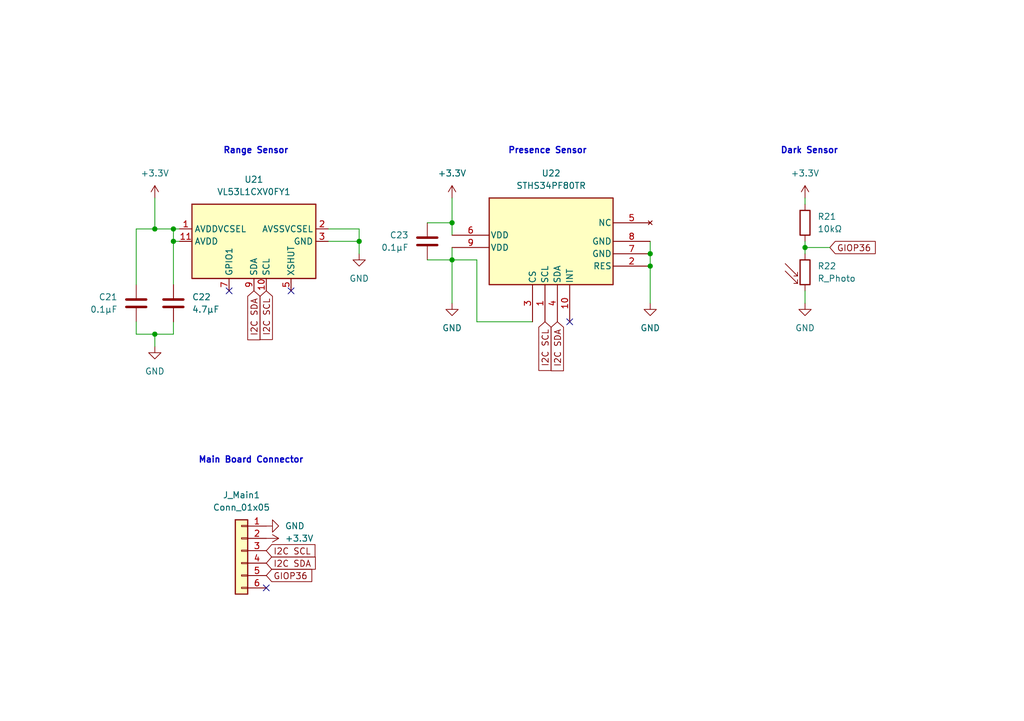
<source format=kicad_sch>
(kicad_sch (version 20211123) (generator eeschema)
  (paper "A5")
  (title_block (title "Mouse Sensor Board") (date "2024-04-11") (rev "1"))
  (lib_symbols
    (symbol "Connector_Generic:Conn_01x06" (pin_names (offset 1.016) hide)
      (property "Reference" "J" (at 0 7.62 0))
      (property "Value" "Conn_01x06" (at 0 -10.16 0))
      (symbol "Conn_01x06_1_1"
        (rectangle (start -1.27 -7.493) (end 0 -7.747) (stroke (width 0.1524)))
        (rectangle (start -1.27 -4.953) (end 0 -5.207) (stroke (width 0.1524)))
        (rectangle (start -1.27 -2.413) (end 0 -2.667) (stroke (width 0.1524)))
        (rectangle (start -1.27 0.127) (end 0 -0.127) (stroke (width 0.1524)))
        (rectangle (start -1.27 2.667) (end 0 2.413) (stroke (width 0.1524)))
        (rectangle (start -1.27 5.207) (end 0 4.953) (stroke (width 0.1524)))
        (rectangle (start -1.27 6.35) (end 1.27 -8.89) (stroke (width 0.254)) (fill (type background)))
        (pin passive line (at -5.08 5.08 0) (length 3.81) (name "Pin_1") (number "1"))
        (pin passive line (at -5.08 2.54 0) (length 3.81) (name "Pin_2") (number "2"))
        (pin passive line (at -5.08 0 0) (length 3.81) (name "Pin_3") (number "3"))
        (pin passive line (at -5.08 -2.54 0) (length 3.81) (name "Pin_4") (number "4"))
        (pin passive line (at -5.08 -5.08 0) (length 3.81) (name "Pin_5") (number "5"))
        (pin passive line (at -5.08 -7.62 0) (length 3.81) (name "Pin_6") (number "6"))
      )
    )
    (symbol "Device:C" (pin_numbers hide) (pin_names (offset 0.254))
      (property "Reference" "C" (at 0.635 2.54 0))
      (property "Value" "C" (at 0.635 -2.54 0))
      (symbol "C_0_1"
        (polyline (pts (xy -2.032 -0.762) (xy 2.032 -0.762)) (stroke (width 0.508)))
        (polyline (pts (xy -2.032 0.762) (xy 2.032 0.762)) (stroke (width 0.508)))
      )
      (symbol "C_1_1"
        (pin passive line (at 0 3.81 270) (length 2.794) (name "~") (number "1"))
        (pin passive line (at 0 -3.81 90) (length 2.794) (name "~") (number "2"))
      )
    )
    (symbol "Device:R" (pin_numbers hide) (pin_names (offset 0))
      (property "Reference" "R" (at 2.032 0 90))
      (property "Value" "R" (at 0 0 90))
      (symbol "R_0_1"
        (rectangle (start -1.016 -2.54) (end 1.016 2.54) (stroke (width 0.254)))
      )
      (symbol "R_1_1"
        (pin passive line (at 0 3.81 270) (length 1.27) (name "~") (number "1"))
        (pin passive line (at 0 -3.81 90) (length 1.27) (name "~") (number "2"))
      )
    )
    (symbol "Device:R_Photo" (pin_numbers hide) (pin_names (offset 0))
      (property "Reference" "R" (at 1.27 1.27 0))
      (property "Value" "R_Photo" (at 1.27 0 0))
      (symbol "R_Photo_0_1"
        (rectangle (start -1.016 2.54) (end 1.016 -2.54) (stroke (width 0.254)))
        (polyline (pts (xy -1.524 -2.286) (xy -4.064 0.254)))
        (polyline (pts (xy -1.524 -2.286) (xy -2.286 -2.286)))
        (polyline (pts (xy -1.524 -2.286) (xy -1.524 -1.524)))
        (polyline (pts (xy -1.524 -0.762) (xy -4.064 1.778)))
        (polyline (pts (xy -1.524 -0.762) (xy -2.286 -0.762)))
        (polyline (pts (xy -1.524 -0.762) (xy -1.524 0)))
      )
      (symbol "R_Photo_1_1"
        (pin passive line (at 0 3.81 270) (length 1.27) (name "~") (number "1"))
        (pin passive line (at 0 -3.81 90) (length 1.27) (name "~") (number "2"))
      )
    )
    (symbol "STHS34PF80TR:STHS34PF80TR" (pin_names (offset 0.254))
      (property "Reference" "U22" (at 0 13.97 0))
      (property "Value" "STHS34PF80TR" (at 0 11.43 0))
      (symbol "STHS34PF80TR_0_1"
        (rectangle (start 12.7 -8.89) (end -12.7 8.89) (stroke (width 0.254)) (fill (type background)))
        (pin input line (at -1.27 -16.51 90) (length 7.62) (name "SCL") (number "1"))
        (pin unspecified line (at 3.81 -16.51 90) (length 7.62) (name "INT") (number "10"))
        (pin unspecified line (at 20.32 -5.08 180) (length 7.62) (name "RES") (number "2"))
        (pin unspecified line (at -3.81 -16.51 90) (length 7.62) (name "CS") (number "3"))
        (pin bidirectional line (at 1.27 -16.51 90) (length 7.62) (name "SDA") (number "4"))
        (pin no_connect line (at 20.32 3.81 180) (length 7.62) (name "NC") (number "5"))
        (pin power_in line (at -20.32 1.27 0) (length 7.62) (name "VDD") (number "6"))
        (pin power_out line (at 20.32 -2.54 180) (length 7.62) (name "GND") (number "7"))
        (pin power_out line (at 20.32 0 180) (length 7.62) (name "GND") (number "8"))
        (pin power_in line (at -20.32 -1.27 0) (length 7.62) (name "VDD") (number "9"))
      )
    )
    (symbol "Sensor_Distance:VL53L1CXV0FY1"
      (property "Reference" "U" (at -6.35 13.97 0))
      (property "Value" "VL53L1CXV0FY1" (at 12.065 13.97 0))
      (symbol "VL53L1CXV0FY1_0_1"
        (rectangle (start -7.62 12.7) (end 7.62 -12.7) (stroke (width 0.254)) (fill (type background)))
      )
      (symbol "VL53L1CXV0FY1_1_1"
        (pin power_in line (at 2.54 15.24 270) (length 2.54) (name "AVDDVCSEL") (number "1"))
        (pin input line (at -10.16 -2.54 0) (length 2.54) (name "SCL") (number "10"))
        (pin power_in line (at 0 15.24 270) (length 2.54) (name "AVDD") (number "11"))
        (pin passive line (at 0 -15.24 90) (length 2.54) hide (name "GND") (number "12"))
        (pin power_in line (at 2.54 -15.24 90) (length 2.54) (name "AVSSVCSEL") (number "2"))
        (pin power_in line (at 0 -15.24 90) (length 2.54) (name "GND") (number "3"))
        (pin passive line (at 0 -15.24 90) (length 2.54) hide (name "GND") (number "4"))
        (pin input line (at -10.16 -7.62 0) (length 2.54) (name "XSHUT") (number "5"))
        (pin passive line (at 0 -15.24 90) (length 2.54) hide (name "GND") (number "6"))
        (pin open_collector line (at -10.16 5.08 0) (length 2.54) (name "GPIO1") (number "7"))
        (pin no_connect line (at -7.62 7.62 0) (length 2.54) hide (name "DNC") (number "8"))
        (pin bidirectional line (at -10.16 0 0) (length 2.54) (name "SDA") (number "9"))
      )
    )
    (symbol "power:+3.3V" (power) (pin_names (offset 0))
      (property "Value" "+3.3V" (at 0 3.556 0))
      (symbol "+3.3V_0_1"
        (polyline (pts (xy -0.762 1.27) (xy 0 2.54)))
        (polyline (pts (xy 0 0) (xy 0 2.54)))
        (polyline (pts (xy 0 2.54) (xy 0.762 1.27)))
      )
      (symbol "+3.3V_1_1"
        (pin power_in line (at 0 0 90) (length 0) hide (name "+3.3V") (number "1"))
      )
    )
    (symbol "power:GND" (power) (pin_names (offset 0))
      (property "Value" "GND" (at 0 -3.81 0))
      (symbol "GND_0_1"
        (polyline (pts (xy 0 0) (xy 0 -1.27) (xy 1.27 -1.27) (xy 0 -2.54) (xy -1.27 -1.27) (xy 0 -1.27)))
      )
      (symbol "GND_1_1"
        (pin power_in line (at 0 0 270) (length 0) hide (name "GND") (number "1"))
      )
    )
  )
  (junction (at 133.35 52.07))
  (junction (at 31.75 46.99))
  (junction (at 133.35 54.61))
  (junction (at 35.56 49.53))
  (junction (at 165.1 50.8))
  (junction (at 73.66 49.53))
  (junction (at 35.56 46.99))
  (junction (at 31.75 68.58))
  (junction (at 92.71 53.34))
  (junction (at 92.71 45.72))
  (no_connect (at 54.61 120.65))
  (no_connect (at 46.99 59.69))
  (no_connect (at 59.69 59.69))
  (no_connect (at 116.84 66.04))
  (wire (pts (xy 92.71 62.23) (xy 92.71 53.34)))
  (wire (pts (xy 73.66 49.53) (xy 67.31 49.53)))
  (wire (pts (xy 31.75 40.64) (xy 31.75 46.99)))
  (wire (pts (xy 31.75 71.12) (xy 31.75 68.58)))
  (wire (pts (xy 165.1 49.53) (xy 165.1 50.8)))
  (wire (pts (xy 133.35 49.53) (xy 133.35 52.07)))
  (wire (pts (xy 73.66 46.99) (xy 73.66 49.53)))
  (wire (pts (xy 92.71 40.64) (xy 92.71 45.72)))
  (wire (pts (xy 35.56 49.53) (xy 35.56 58.42)))
  (wire (pts (xy 97.79 66.04) (xy 97.79 53.34)))
  (wire (pts (xy 67.31 46.99) (xy 73.66 46.99)))
  (wire (pts (xy 35.56 46.99) (xy 36.83 46.99)))
  (wire (pts (xy 133.35 54.61) (xy 133.35 62.23)))
  (wire (pts (xy 36.83 49.53) (xy 35.56 49.53)))
  (wire (pts (xy 31.75 46.99) (xy 35.56 46.99)))
  (wire (pts (xy 35.56 68.58) (xy 35.56 66.04)))
  (wire (pts (xy 109.22 66.04) (xy 97.79 66.04)))
  (wire (pts (xy 35.56 46.99) (xy 35.56 49.53)))
  (wire (pts (xy 92.71 53.34) (xy 97.79 53.34)))
  (wire (pts (xy 73.66 52.07) (xy 73.66 49.53)))
  (wire (pts (xy 87.63 53.34) (xy 92.71 53.34)))
  (wire (pts (xy 31.75 46.99) (xy 27.94 46.99)))
  (wire (pts (xy 31.75 68.58) (xy 35.56 68.58)))
  (wire (pts (xy 27.94 68.58) (xy 27.94 66.04)))
  (wire (pts (xy 165.1 50.8) (xy 165.1 52.07)))
  (wire (pts (xy 165.1 50.8) (xy 170.18 50.8)))
  (wire (pts (xy 92.71 45.72) (xy 92.71 48.26)))
  (wire (pts (xy 27.94 46.99) (xy 27.94 58.42)))
  (wire (pts (xy 165.1 62.23) (xy 165.1 59.69)))
  (wire (pts (xy 92.71 53.34) (xy 92.71 50.8)))
  (wire (pts (xy 165.1 40.64) (xy 165.1 41.91)))
  (wire (pts (xy 133.35 52.07) (xy 133.35 54.61)))
  (wire (pts (xy 87.63 45.72) (xy 92.71 45.72)))
  (wire (pts (xy 27.94 68.58) (xy 31.75 68.58)))
  (text "Presence Sensor" (at 104.14 31.75 0) (effects (font (size 1.27 1.27) (thickness 0.254) bold) (justify left bottom)))
  (text "Dark Sensor" (at 160.02 31.75 0) (effects (font (size 1.27 1.27) (thickness 0.254) bold) (justify left bottom)))
  (text "Range Sensor" (at 45.72 31.75 0) (effects (font (size 1.27 1.27) (thickness 0.254) bold) (justify left bottom)))
  (text "Main Board Connector" (at 40.64 95.25 0) (effects (font (size 1.27 1.27) (thickness 0.254) bold) (justify left bottom)))
  (global_label "GIOP36" (shape input) (at 170.18 50.8 0) (property "Intersheet References" "${INTERSHEET_REFS}" (effects hide)))
  (global_label "I2C SDA" (shape input) (at 54.61 115.57 0) (property "Intersheet References" "${INTERSHEET_REFS}" (effects hide)))
  (global_label "I2C SCL" (shape input) (at 54.61 59.69 270) (property "Intersheet References" "${INTERSHEET_REFS}" (effects hide)))
  (global_label "GIOP36" (shape input) (at 54.61 118.11 0) (property "Intersheet References" "${INTERSHEET_REFS}" (effects hide)))
  (global_label "I2C SCL" (shape input) (at 54.61 113.03 0) (property "Intersheet References" "${INTERSHEET_REFS}" (effects hide)))
  (global_label "I2C SCL" (shape input) (at 111.76 66.04 270) (property "Intersheet References" "${INTERSHEET_REFS}" (effects hide)))
  (global_label "I2C SDA" (shape input) (at 114.3 66.04 270) (property "Intersheet References" "${INTERSHEET_REFS}" (effects hide)))
  (global_label "I2C SDA" (shape input) (at 52.07 59.69 270) (property "Intersheet References" "${INTERSHEET_REFS}" (effects hide)))
  (symbol (lib_id "Device:C") (at 27.94 62.23 0) (unit 1)
    (property "Reference" "C21" (at 24.13 60.9599 0) (effects (justify right)))
    (property "Value" "0.1µF" (at 24.13 63.4999 0) (effects (justify right)))
    (property "Footprint" "Capacitor_SMD:C_0603_1608Metric" (effects hide))
    (property "Datasheet" "https://page.venkel.com/hubfs/Resources/Datasheets/C-Series.pdf" (effects hide))
  )
  (symbol (lib_id "power:+3.3V") (at 54.61 110.49 270) (unit 1)
    (property "Reference" "#PWR040" (effects hide))
    (property "Value" "+3.3V" (at 58.42 110.4899 90) (effects (justify left)))
  )
  (symbol (lib_id "power:GND") (at 92.71 62.23 0) (unit 1)
    (property "Reference" "#PWR043" (effects hide))
    (property "Value" "GND" (at 92.71 67.31 0))
  )
  (symbol (lib_id "Sensor_Distance:VL53L1CXV0FY1") (at 52.07 49.53 90) (unit 1)
    (property "Reference" "U21" (at 52.07 36.83 90))
    (property "Value" "VL53L1CXV0FY1" (at 52.07 39.37 90))
    (property "Footprint" "Sensor_Distance:ST_VL53L1x" (effects hide))
    (property "Datasheet" "https://www.st.com/resource/en/datasheet/vl53l1x.pdf" (effects hide))
  )
  (symbol (lib_id "Device:R_Photo") (at 165.1 55.88 0) (unit 1)
    (property "Reference" "R22" (at 167.64 54.6099 0) (effects (justify left)))
    (property "Value" "R_Photo" (at 167.64 57.1499 0) (effects (justify left)))
    (property "Footprint" "OptoDevice:R_LDR_7x6mm_P5.1mm_Vertical" (effects hide))
  )
  (symbol (lib_id "Connector_Generic:Conn_01x06") (at 49.53 113.03 0) (mirror y) (unit 1)
    (property "Reference" "J_Main1" (at 49.53 101.6 0))
    (property "Value" "Conn_01x05" (at 49.53 104.14 0))
    (property "Footprint" "Connector_PinHeader_2.54mm:PinHeader_1x06_P2.54mm_Vertical" (effects hide))
  )
  (symbol (lib_id "Device:C") (at 87.63 49.53 0) (unit 1)
    (property "Reference" "C23" (at 83.82 48.2599 0) (effects (justify right)))
    (property "Value" "0.1µF" (at 83.82 50.7999 0) (effects (justify right)))
    (property "Footprint" "Capacitor_SMD:C_0603_1608Metric" (effects hide))
    (property "Datasheet" "https://page.venkel.com/hubfs/Resources/Datasheets/C-Series.pdf" (effects hide))
  )
  (symbol (lib_id "power:+3.3V") (at 31.75 40.64 0) (unit 1)
    (property "Reference" "#PWR037" (effects hide))
    (property "Value" "+3.3V" (at 31.75 35.56 0))
  )
  (symbol (lib_id "Device:C") (at 35.56 62.23 0) (unit 1)
    (property "Reference" "C22" (at 39.37 60.9599 0) (effects (justify left)))
    (property "Value" "4.7µF" (at 39.37 63.4999 0) (effects (justify left)))
    (property "Footprint" "Capacitor_SMD:C_0805_2012Metric" (effects hide))
    (property "Datasheet" "https://search.murata.co.jp/Ceramy/image/img/A01X/G101/ENG/GRM188R71A225KE15-01.pdf" (effects hide))
  )
  (symbol (lib_id "power:GND") (at 133.35 62.23 0) (unit 1)
    (property "Reference" "#PWR044" (effects hide))
    (property "Value" "GND" (at 133.35 67.31 0))
  )
  (symbol (lib_id "power:GND") (at 73.66 52.07 0) (unit 1)
    (property "Reference" "#PWR041" (effects hide))
    (property "Value" "GND" (at 73.66 57.15 0))
  )
  (symbol (lib_id "power:+3.3V") (at 165.1 40.64 0) (unit 1)
    (property "Reference" "#PWR045" (effects hide))
    (property "Value" "+3.3V" (at 165.1 35.56 0))
  )
  (symbol (lib_id "power:+3.3V") (at 92.71 40.64 0) (unit 1)
    (property "Reference" "#PWR042" (effects hide))
    (property "Value" "+3.3V" (at 92.71 35.56 0))
  )
  (symbol (lib_id "power:GND") (at 54.61 107.95 90) (unit 1)
    (property "Reference" "#PWR039" (effects hide))
    (property "Value" "GND" (at 58.42 107.9499 90) (effects (justify right)))
  )
  (symbol (lib_id "Device:R") (at 165.1 45.72 0) (unit 1)
    (property "Reference" "R21" (at 167.64 44.4499 0) (effects (justify left)))
    (property "Value" "10kΩ" (at 167.64 46.9899 0) (effects (justify left)))
    (property "Footprint" "Resistor_SMD:R_0201_0603Metric" (effects hide))
    (property "Datasheet" "https://www.yageo.com/upload/media/product/products/datasheet/rchip/PYu-RC_Group_51_RoHS_L_12.pdf" (effects hide))
  )
  (symbol (lib_id "power:GND") (at 165.1 62.23 0) (unit 1)
    (property "Reference" "#PWR046" (effects hide))
    (property "Value" "GND" (at 165.1 67.31 0))
  )
  (symbol (lib_id "power:GND") (at 31.75 71.12 0) (unit 1)
    (property "Reference" "#PWR038" (effects hide))
    (property "Value" "GND" (at 31.75 76.2 0))
  )
  (symbol (lib_id "STHS34PF80TR:STHS34PF80TR") (at 113.03 49.53 0) (unit 1)
    (property "Reference" "U22" (at 113.03 35.56 0))
    (property "Value" "STHS34PF80TR" (at 113.03 38.1 0))
    (property "Footprint" "OLGA-10_3P2X4P2_STM" (effects hide))
    (property "Datasheet" "https://www.st.com/resource/en/datasheet/sths34pf80.pdf" (effects hide))
  )
)
</source>
